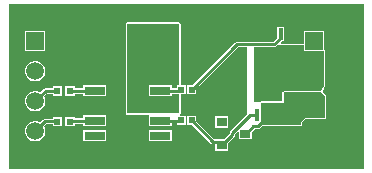
<source format=gbl>
G04*
G04 #@! TF.GenerationSoftware,Altium Limited,Altium Designer,22.4.2 (48)*
G04*
G04 Layer_Physical_Order=2*
G04 Layer_Color=16711680*
%FSLAX25Y25*%
%MOIN*%
G70*
G04*
G04 #@! TF.SameCoordinates,973ADB7D-B351-4DEC-92AE-D0A835D2328F*
G04*
G04*
G04 #@! TF.FilePolarity,Positive*
G04*
G01*
G75*
%ADD10C,0.01000*%
%ADD13R,0.07008X0.02835*%
%ADD14R,0.01595X0.03898*%
%ADD15R,0.08799X0.06791*%
%ADD16R,0.02362X0.02362*%
%ADD18R,0.02992X0.02835*%
%ADD19R,0.08661X0.09252*%
%ADD20R,0.02165X0.02165*%
%ADD29R,0.05906X0.05906*%
%ADD30C,0.05906*%
%ADD31C,0.02756*%
%ADD32R,0.03543X0.03150*%
G36*
X62992Y-27559D02*
X-55256D01*
Y27559D01*
X62992D01*
Y-27559D01*
D02*
G37*
%LPC*%
G36*
X-43110Y18346D02*
X-49803D01*
Y11654D01*
X-43110D01*
Y18346D01*
D02*
G37*
G36*
X-46016Y8347D02*
X-46897D01*
X-47748Y8118D01*
X-48511Y7678D01*
X-49134Y7055D01*
X-49575Y6292D01*
X-49803Y5441D01*
Y4559D01*
X-49575Y3708D01*
X-49134Y2945D01*
X-48511Y2322D01*
X-47748Y1882D01*
X-46897Y1654D01*
X-46016D01*
X-45165Y1882D01*
X-44402Y2322D01*
X-43779Y2945D01*
X-43338Y3708D01*
X-43110Y4559D01*
Y5441D01*
X-43338Y6292D01*
X-43779Y7055D01*
X-44402Y7678D01*
X-45165Y8118D01*
X-46016Y8347D01*
D02*
G37*
G36*
X-22815Y256D02*
X-30610D01*
Y-654D01*
X-33366D01*
Y0D01*
X-36516D01*
Y-3150D01*
X-33366D01*
Y-2476D01*
X-30610D01*
Y-3366D01*
X-22815D01*
Y256D01*
D02*
G37*
G36*
X-37500Y0D02*
X-40650D01*
Y-664D01*
X-43031D01*
X-43380Y-733D01*
X-43676Y-931D01*
X-44824Y-2079D01*
X-45165Y-1882D01*
X-46016Y-1654D01*
X-46897D01*
X-47748Y-1882D01*
X-48511Y-2322D01*
X-49134Y-2945D01*
X-49575Y-3708D01*
X-49803Y-4559D01*
Y-5441D01*
X-49575Y-6292D01*
X-49134Y-7055D01*
X-48511Y-7678D01*
X-47748Y-8118D01*
X-46897Y-8347D01*
X-46016D01*
X-45165Y-8118D01*
X-44402Y-7678D01*
X-43779Y-7055D01*
X-43338Y-6292D01*
X-43110Y-5441D01*
Y-4559D01*
X-43338Y-3708D01*
X-43535Y-3367D01*
X-42654Y-2486D01*
X-40650D01*
Y-3150D01*
X-37500D01*
Y0D01*
D02*
G37*
G36*
X-22815Y-9744D02*
X-30610D01*
Y-10772D01*
X-33366D01*
Y-10236D01*
X-36516D01*
Y-13386D01*
X-33366D01*
Y-12594D01*
X-30610D01*
Y-13366D01*
X-22815D01*
Y-9744D01*
D02*
G37*
G36*
X-37500Y-10236D02*
X-40650D01*
Y-10860D01*
X-43228D01*
X-43577Y-10930D01*
X-43873Y-11127D01*
X-44824Y-12078D01*
X-45165Y-11882D01*
X-46016Y-11654D01*
X-46897D01*
X-47748Y-11882D01*
X-48511Y-12322D01*
X-49134Y-12945D01*
X-49575Y-13708D01*
X-49803Y-14559D01*
Y-15441D01*
X-49575Y-16292D01*
X-49134Y-17055D01*
X-48511Y-17678D01*
X-47748Y-18118D01*
X-46897Y-18346D01*
X-46016D01*
X-45165Y-18118D01*
X-44402Y-17678D01*
X-43779Y-17055D01*
X-43338Y-16292D01*
X-43110Y-15441D01*
Y-14559D01*
X-43338Y-13708D01*
X-43535Y-13367D01*
X-42851Y-12683D01*
X-40650D01*
Y-13386D01*
X-37500D01*
Y-10236D01*
D02*
G37*
G36*
X1575Y21292D02*
X-15748D01*
X-16049Y21168D01*
X-16174Y20866D01*
Y-9055D01*
X-16049Y-9356D01*
X-15748Y-9481D01*
X-9072D01*
X-8681Y-9744D01*
X-8681Y-9981D01*
Y-13366D01*
X-886D01*
Y-12397D01*
X689D01*
Y-12894D01*
X3642D01*
Y-9941D01*
X1772D01*
X1672Y-9441D01*
X1876Y-9356D01*
X2001Y-9055D01*
Y-2657D01*
X3642D01*
Y295D01*
X2001D01*
Y20866D01*
X1876Y21168D01*
X1575Y21292D01*
D02*
G37*
G36*
X17860Y-10092D02*
X13530D01*
Y-14029D01*
X17860D01*
Y-10092D01*
D02*
G37*
G36*
X36585Y19803D02*
X34203D01*
Y17252D01*
X34185Y17163D01*
Y16129D01*
X32873Y14817D01*
X20795D01*
X20447Y14747D01*
X20151Y14550D01*
X5896Y295D01*
X4232D01*
Y-2657D01*
X7185D01*
Y-993D01*
X21173Y12994D01*
X24016D01*
Y-9455D01*
X18553Y-14919D01*
X18355Y-15214D01*
X18286Y-15563D01*
Y-15859D01*
X16572Y-17573D01*
X14708D01*
X14620Y-17555D01*
X13135D01*
X7185Y-11605D01*
Y-9941D01*
X4232D01*
Y-12894D01*
X5896D01*
X12114Y-19111D01*
X12409Y-19308D01*
X12758Y-19378D01*
X13530D01*
Y-21510D01*
X17860D01*
Y-18861D01*
X19841Y-16881D01*
X20039Y-16585D01*
X20108Y-16236D01*
Y-15940D01*
X20942Y-15107D01*
X21404Y-15298D01*
Y-17770D01*
X25734D01*
Y-15121D01*
X26632Y-14223D01*
X27883D01*
X28231Y-14154D01*
X28527Y-13957D01*
X29065Y-13418D01*
X42126D01*
X42427Y-13294D01*
X42552Y-12992D01*
X42552Y-11987D01*
X43484Y-11056D01*
X49803D01*
X50104Y-10931D01*
X50104Y-10931D01*
X50301Y-10734D01*
X50426Y-10433D01*
Y-3150D01*
X50426Y-3150D01*
X50301Y-2848D01*
X49319Y-1866D01*
X49320Y-1848D01*
X50186Y-76D01*
X50192Y21D01*
X50229Y111D01*
Y9685D01*
X50229Y11654D01*
X50104Y11955D01*
X49803Y12080D01*
Y18346D01*
X43110D01*
Y14206D01*
X35492D01*
X35301Y14668D01*
X35741Y15108D01*
X35748Y15118D01*
X36585D01*
Y19803D01*
D02*
G37*
G36*
X-886Y-14744D02*
X-8681D01*
Y-18366D01*
X-886D01*
Y-14744D01*
D02*
G37*
G36*
X-22815D02*
X-30610D01*
Y-18366D01*
X-22815D01*
Y-14744D01*
D02*
G37*
%LPD*%
G36*
X1575Y295D02*
X689D01*
Y-654D01*
X-886D01*
Y256D01*
X-8681D01*
Y-3366D01*
X-886D01*
Y-2476D01*
X689D01*
Y-2657D01*
X1575D01*
Y-9055D01*
X-15748D01*
Y20866D01*
X1575D01*
Y295D01*
D02*
G37*
G36*
X43110Y11654D02*
X49803D01*
X49803Y9685D01*
Y111D01*
X48937Y-1660D01*
X46923D01*
X46897Y-1654D01*
X46016D01*
X45990Y-1660D01*
X36289D01*
X35988Y-1785D01*
X35863Y-2087D01*
Y-5105D01*
X28740D01*
X28709Y-5118D01*
X26408D01*
Y12994D01*
X33250D01*
X33599Y13064D01*
X33894Y13261D01*
X34413Y13780D01*
X43110D01*
Y11654D01*
D02*
G37*
G36*
X50000Y-3150D02*
Y-10433D01*
X49803Y-10630D01*
X43307D01*
X42126Y-11811D01*
X42126Y-12992D01*
X28740D01*
Y-11929D01*
X28789D01*
Y-7244D01*
X28740D01*
Y-5531D01*
X36289D01*
Y-2087D01*
X48937D01*
X50000Y-3150D01*
D02*
G37*
D10*
X5709Y-1181D02*
X20795Y13905D01*
X33250D01*
X23766Y-15801D02*
X26255Y-13312D01*
X27883D02*
X29900Y-11295D01*
Y-9884D01*
X23569Y-15801D02*
X23766D01*
X26255Y-13312D02*
X27883D01*
X29900Y-9884D02*
X30197Y-9587D01*
X19197Y-16236D02*
Y-15563D01*
X15695Y-19541D02*
X15892D01*
X19197Y-16236D01*
Y-15563D02*
X25173Y-9587D01*
X27598D01*
X5709Y-11417D02*
X12758Y-18466D01*
X14620D01*
X15695Y-19541D01*
X35096Y17163D02*
X35394Y17461D01*
X35096Y15752D02*
Y17163D01*
X33250Y13905D02*
X35096Y15752D01*
X-4715Y-11486D02*
X2097D01*
X2165Y-11417D01*
X-4774Y-1565D02*
X2156D01*
X2165Y-1575D01*
X-34931Y-1565D02*
X-26722D01*
X-26713Y-1555D01*
X-34941Y-1575D02*
X-34931Y-1565D01*
X-34941Y-11811D02*
X-34813Y-11683D01*
X-26841D01*
X-26713Y-11555D01*
X-39114Y-11772D02*
X-39075Y-11811D01*
X-43228Y-11772D02*
X-39114D01*
X-46457Y-15000D02*
X-43228Y-11772D01*
X-46457Y-5000D02*
X-43031Y-1575D01*
X-39075D01*
D13*
X-26713Y-16555D02*
D03*
Y-11555D02*
D03*
Y-6555D02*
D03*
Y-1555D02*
D03*
X-4783Y-16555D02*
D03*
Y-11555D02*
D03*
Y-6555D02*
D03*
Y-1555D02*
D03*
D14*
X27598Y6161D02*
D03*
X30197D02*
D03*
X32795D02*
D03*
X35394D02*
D03*
Y17461D02*
D03*
X32795D02*
D03*
X30197D02*
D03*
X27598D02*
D03*
X35394Y1713D02*
D03*
X32795D02*
D03*
X30197D02*
D03*
X27598D02*
D03*
Y-9587D02*
D03*
X30197D02*
D03*
X32795D02*
D03*
X35394D02*
D03*
D15*
X31496Y9616D02*
D03*
Y-1742D02*
D03*
D16*
X-34941Y-11811D02*
D03*
X-39075D02*
D03*
X-34941Y-1575D02*
D03*
X-39075D02*
D03*
D18*
X-13819Y1969D02*
D03*
X-17677D02*
D03*
D19*
X-27264Y14961D02*
D03*
X-4232D02*
D03*
D20*
X5709Y-1181D02*
D03*
X2165D02*
D03*
X5709Y-11417D02*
D03*
X2165D02*
D03*
D29*
X46457Y15000D02*
D03*
X-46457D02*
D03*
D30*
X46457Y5000D02*
D03*
Y-5000D02*
D03*
Y-15000D02*
D03*
X-46457Y5000D02*
D03*
Y-5000D02*
D03*
Y-15000D02*
D03*
D31*
X41339Y-5906D02*
D03*
X39370Y-3937D02*
D03*
X29528Y-15748D02*
D03*
X33465D02*
D03*
X37402D02*
D03*
X41339D02*
D03*
X-11811Y-5906D02*
D03*
X-19685D02*
D03*
X-11811Y17717D02*
D03*
Y13780D02*
D03*
Y9843D02*
D03*
Y5906D02*
D03*
X-19685Y-17717D02*
D03*
Y-13780D02*
D03*
Y-9843D02*
D03*
Y5906D02*
D03*
D32*
X15695Y-12061D02*
D03*
Y-19541D02*
D03*
X23569Y-15801D02*
D03*
M02*

</source>
